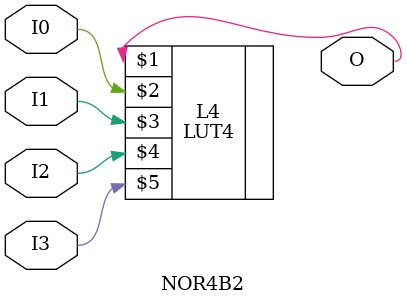
<source format=v>


`timescale  1 ps / 1 ps


module NOR4B2 (O, I0, I1, I2, I3);

    output O;

    input  I0, I1, I2, I3;

    LUT4 #(.INIT(16'h0008)) L4 (O, I0, I1, I2, I3);

endmodule

</source>
